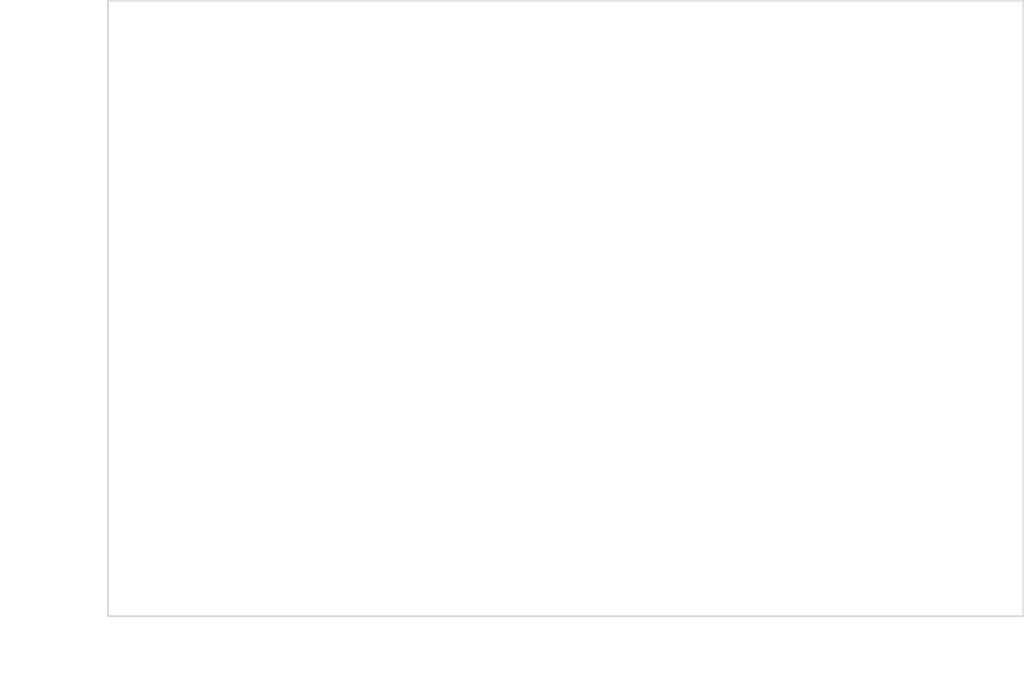
<source format=kicad_pcb>
(kicad_pcb (version 20171130) (host pcbnew "(5.1.0)-1")

  (general
    (thickness 1.6)
    (drawings 16)
    (tracks 0)
    (zones 0)
    (modules 0)
    (nets 1)
  )

  (page A4)
  (layers
    (0 F.Cu signal)
    (31 B.Cu signal)
    (32 B.Adhes user)
    (33 F.Adhes user)
    (34 B.Paste user)
    (35 F.Paste user)
    (36 B.SilkS user)
    (37 F.SilkS user)
    (38 B.Mask user)
    (39 F.Mask user)
    (40 Dwgs.User user)
    (41 Cmts.User user)
    (42 Eco1.User user)
    (43 Eco2.User user)
    (44 Edge.Cuts user)
    (45 Margin user)
    (46 B.CrtYd user)
    (47 F.CrtYd user)
    (48 B.Fab user)
    (49 F.Fab user)
  )

  (setup
    (last_trace_width 0.25)
    (trace_clearance 0.2)
    (zone_clearance 0.508)
    (zone_45_only no)
    (trace_min 0.2)
    (via_size 0.8)
    (via_drill 0.4)
    (via_min_size 0.4)
    (via_min_drill 0.3)
    (uvia_size 0.3)
    (uvia_drill 0.1)
    (uvias_allowed no)
    (uvia_min_size 0.2)
    (uvia_min_drill 0.1)
    (edge_width 0.05)
    (segment_width 0.2)
    (pcb_text_width 0.3)
    (pcb_text_size 1.5 1.5)
    (mod_edge_width 0.12)
    (mod_text_size 1 1)
    (mod_text_width 0.15)
    (pad_size 1.524 1.524)
    (pad_drill 0.762)
    (pad_to_mask_clearance 0.051)
    (solder_mask_min_width 0.25)
    (aux_axis_origin 0 0)
    (visible_elements FFFFFF7F)
    (pcbplotparams
      (layerselection 0x010fc_ffffffff)
      (usegerberextensions false)
      (usegerberattributes false)
      (usegerberadvancedattributes false)
      (creategerberjobfile false)
      (excludeedgelayer true)
      (linewidth 0.152400)
      (plotframeref false)
      (viasonmask false)
      (mode 1)
      (useauxorigin false)
      (hpglpennumber 1)
      (hpglpenspeed 20)
      (hpglpendiameter 15.000000)
      (psnegative false)
      (psa4output false)
      (plotreference true)
      (plotvalue true)
      (plotinvisibletext false)
      (padsonsilk false)
      (subtractmaskfromsilk false)
      (outputformat 1)
      (mirror false)
      (drillshape 1)
      (scaleselection 1)
      (outputdirectory ""))
  )

  (net 0 "")

  (net_class Default "This is the default net class."
    (clearance 0.2)
    (trace_width 0.25)
    (via_dia 0.8)
    (via_drill 0.4)
    (uvia_dia 0.3)
    (uvia_drill 0.1)
  )

  (gr_line (start 208.09 46.995001) (end 89.089999 46.995001) (layer Edge.Cuts) (width 0.2))
  (gr_line (start 89.089999 46.995001) (end 89.089999 126.995) (layer Edge.Cuts) (width 0.2))
  (gr_line (start 89.089999 126.995) (end 208.09 126.995) (layer Edge.Cuts) (width 0.2))
  (gr_line (start 208.09 126.995) (end 208.09 46.995001) (layer Edge.Cuts) (width 0.2))
  (gr_text [3.15] (at 79.089999 76.384462) (layer Dwgs.User)
    (effects (font (size 1.7 1.53) (thickness 0.2125)))
  )
  (gr_text " 80.00" (at 79.089999 72.827026) (layer Dwgs.User)
    (effects (font (size 1.7 1.53) (thickness 0.2125)))
  )
  (gr_line (start 79.089999 124.995) (end 79.089999 78.052436) (layer Dwgs.User) (width 0.2))
  (gr_line (start 79.089999 48.995) (end 79.089999 70.937565) (layer Dwgs.User) (width 0.2))
  (gr_line (start 88.09 126.995) (end 75.914999 126.995) (layer Dwgs.User) (width 0.2))
  (gr_line (start 88.09 46.995) (end 75.914999 46.995) (layer Dwgs.User) (width 0.2))
  (gr_text [4.69] (at 148.59 136.153281) (layer Dwgs.User)
    (effects (font (size 1.7 1.53) (thickness 0.2125)))
  )
  (gr_text " 119.00" (at 148.59 132.595846) (layer Dwgs.User)
    (effects (font (size 1.7 1.53) (thickness 0.2125)))
  )
  (gr_line (start 206.09 134.26382) (end 153.295013 134.26382) (layer Dwgs.User) (width 0.2))
  (gr_line (start 91.089999 134.26382) (end 143.884986 134.26382) (layer Dwgs.User) (width 0.2))
  (gr_line (start 208.09 127.995) (end 208.09 137.43882) (layer Dwgs.User) (width 0.2))
  (gr_line (start 89.089999 127.995) (end 89.089999 137.43882) (layer Dwgs.User) (width 0.2))

)

</source>
